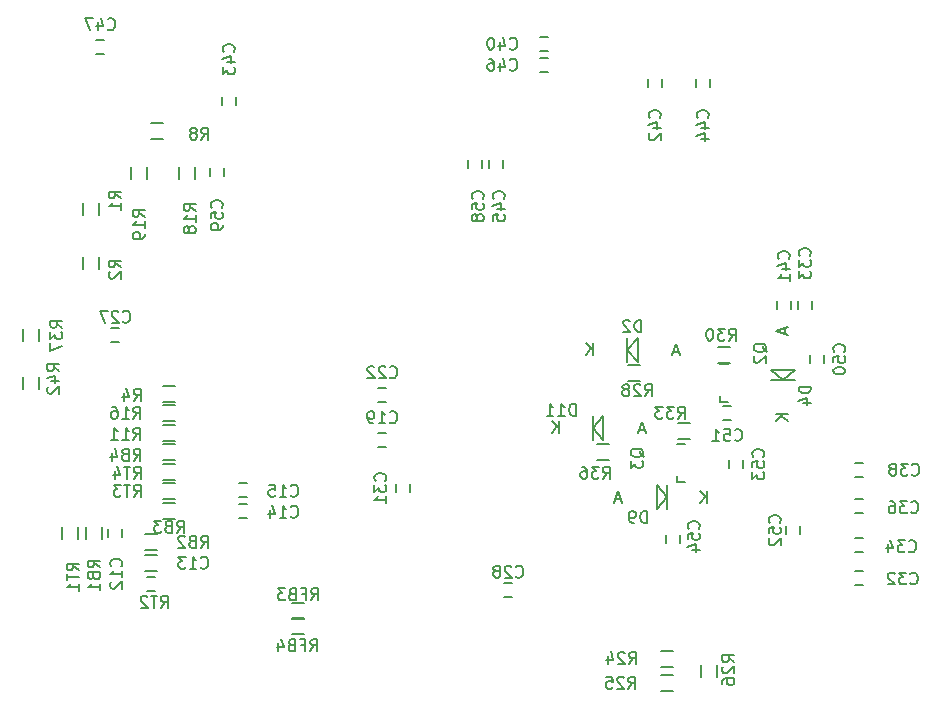
<source format=gbo>
G04 #@! TF.FileFunction,Legend,Bot*
%FSLAX46Y46*%
G04 Gerber Fmt 4.6, Leading zero omitted, Abs format (unit mm)*
G04 Created by KiCad (PCBNEW (2015-02-20 BZR 5437)-product) date Monday, March 16, 2015 'AMt' 09:24:06 AM*
%MOMM*%
G01*
G04 APERTURE LIST*
%ADD10C,0.100000*%
%ADD11C,0.150000*%
G04 APERTURE END LIST*
D10*
D11*
X69604000Y-120055000D02*
X70604000Y-120055000D01*
X70604000Y-118705000D02*
X69604000Y-118705000D01*
X68080000Y-127675000D02*
X69080000Y-127675000D01*
X69080000Y-126325000D02*
X68080000Y-126325000D01*
X116743480Y-115138200D02*
X116743480Y-114647980D01*
X117444520Y-115138200D02*
X116743480Y-115138200D01*
X117444520Y-111937800D02*
X116743480Y-111937800D01*
X113060480Y-121869200D02*
X113060480Y-121378980D01*
X113761520Y-121869200D02*
X113060480Y-121869200D01*
X113761520Y-118668800D02*
X113060480Y-118668800D01*
X70604000Y-113752000D02*
X69604000Y-113752000D01*
X69604000Y-115102000D02*
X70604000Y-115102000D01*
X108897420Y-110744000D02*
X109745780Y-109743240D01*
X109745780Y-109743240D02*
X109745780Y-111744760D01*
X109745780Y-111744760D02*
X108897420Y-110744000D01*
X108897420Y-110744000D02*
X108897420Y-111744760D01*
X108897420Y-110744000D02*
X108897420Y-109743240D01*
X122047000Y-113225580D02*
X121046240Y-112377220D01*
X121046240Y-112377220D02*
X123047760Y-112377220D01*
X123047760Y-112377220D02*
X122047000Y-113225580D01*
X122047000Y-113225580D02*
X123047760Y-113225580D01*
X122047000Y-113225580D02*
X121046240Y-113225580D01*
X112209580Y-123190000D02*
X111361220Y-124190760D01*
X111361220Y-124190760D02*
X111361220Y-122189240D01*
X111361220Y-122189240D02*
X112209580Y-123190000D01*
X112209580Y-123190000D02*
X112209580Y-122189240D01*
X112209580Y-123190000D02*
X112209580Y-124190760D01*
X105976420Y-117348000D02*
X106824780Y-116347240D01*
X106824780Y-116347240D02*
X106824780Y-118348760D01*
X106824780Y-118348760D02*
X105976420Y-117348000D01*
X105976420Y-117348000D02*
X105976420Y-118348760D01*
X105976420Y-117348000D02*
X105976420Y-116347240D01*
X64932000Y-125888000D02*
X64932000Y-126588000D01*
X66132000Y-126588000D02*
X66132000Y-125888000D01*
X68930000Y-129956000D02*
X68230000Y-129956000D01*
X68230000Y-131156000D02*
X68930000Y-131156000D01*
X75977000Y-124933000D02*
X76677000Y-124933000D01*
X76677000Y-123733000D02*
X75977000Y-123733000D01*
X75977000Y-123155000D02*
X76677000Y-123155000D01*
X76677000Y-121955000D02*
X75977000Y-121955000D01*
X88488000Y-117764000D02*
X87788000Y-117764000D01*
X87788000Y-118964000D02*
X88488000Y-118964000D01*
X88488000Y-113954000D02*
X87788000Y-113954000D01*
X87788000Y-115154000D02*
X88488000Y-115154000D01*
X64175000Y-99306000D02*
X64175000Y-98306000D01*
X62825000Y-98306000D02*
X62825000Y-99306000D01*
X64175000Y-103878000D02*
X64175000Y-102878000D01*
X62825000Y-102878000D02*
X62825000Y-103878000D01*
X69588000Y-91527000D02*
X68588000Y-91527000D01*
X68588000Y-92877000D02*
X69588000Y-92877000D01*
X70604000Y-117054000D02*
X69604000Y-117054000D01*
X69604000Y-118404000D02*
X70604000Y-118404000D01*
X70604000Y-115403000D02*
X69604000Y-115403000D01*
X69604000Y-116753000D02*
X70604000Y-116753000D01*
X72303000Y-96258000D02*
X72303000Y-95258000D01*
X70953000Y-95258000D02*
X70953000Y-96258000D01*
X68239000Y-96258000D02*
X68239000Y-95258000D01*
X66889000Y-95258000D02*
X66889000Y-96258000D01*
X112768000Y-136231000D02*
X111768000Y-136231000D01*
X111768000Y-137581000D02*
X112768000Y-137581000D01*
X112768000Y-138263000D02*
X111768000Y-138263000D01*
X111768000Y-139613000D02*
X112768000Y-139613000D01*
X116499000Y-138422000D02*
X116499000Y-137422000D01*
X115149000Y-137422000D02*
X115149000Y-138422000D01*
X108974000Y-113324000D02*
X109974000Y-113324000D01*
X109974000Y-111974000D02*
X108974000Y-111974000D01*
X117594000Y-110450000D02*
X116594000Y-110450000D01*
X116594000Y-111800000D02*
X117594000Y-111800000D01*
X114165000Y-116927000D02*
X113165000Y-116927000D01*
X113165000Y-118277000D02*
X114165000Y-118277000D01*
X106307000Y-120055000D02*
X107307000Y-120055000D01*
X107307000Y-118705000D02*
X106307000Y-118705000D01*
X59095000Y-109974000D02*
X59095000Y-108974000D01*
X57745000Y-108974000D02*
X57745000Y-109974000D01*
X59095000Y-114038000D02*
X59095000Y-113038000D01*
X57745000Y-113038000D02*
X57745000Y-114038000D01*
X64429000Y-126738000D02*
X64429000Y-125738000D01*
X63079000Y-125738000D02*
X63079000Y-126738000D01*
X69604000Y-125008000D02*
X70604000Y-125008000D01*
X70604000Y-123658000D02*
X69604000Y-123658000D01*
X80526000Y-134787000D02*
X81526000Y-134787000D01*
X81526000Y-133437000D02*
X80526000Y-133437000D01*
X81526000Y-132167000D02*
X80526000Y-132167000D01*
X80526000Y-133517000D02*
X81526000Y-133517000D01*
X61047000Y-125738000D02*
X61047000Y-126738000D01*
X62397000Y-126738000D02*
X62397000Y-125738000D01*
X69080000Y-128103000D02*
X68080000Y-128103000D01*
X68080000Y-129453000D02*
X69080000Y-129453000D01*
X70604000Y-122007000D02*
X69604000Y-122007000D01*
X69604000Y-123357000D02*
X70604000Y-123357000D01*
X70604000Y-120356000D02*
X69604000Y-120356000D01*
X69604000Y-121706000D02*
X70604000Y-121706000D01*
X65182000Y-110074000D02*
X65882000Y-110074000D01*
X65882000Y-108874000D02*
X65182000Y-108874000D01*
X98456000Y-131664000D02*
X99156000Y-131664000D01*
X99156000Y-130464000D02*
X98456000Y-130464000D01*
X89316000Y-122078000D02*
X89316000Y-122778000D01*
X90516000Y-122778000D02*
X90516000Y-122078000D01*
X128874000Y-129448000D02*
X128174000Y-129448000D01*
X128174000Y-130648000D02*
X128874000Y-130648000D01*
X123352000Y-106584000D02*
X123352000Y-107284000D01*
X124552000Y-107284000D02*
X124552000Y-106584000D01*
X128874000Y-126654000D02*
X128174000Y-126654000D01*
X128174000Y-127854000D02*
X128874000Y-127854000D01*
X128874000Y-123352000D02*
X128174000Y-123352000D01*
X128174000Y-124552000D02*
X128874000Y-124552000D01*
X128874000Y-120304000D02*
X128174000Y-120304000D01*
X128174000Y-121504000D02*
X128874000Y-121504000D01*
X102204000Y-84236000D02*
X101504000Y-84236000D01*
X101504000Y-85436000D02*
X102204000Y-85436000D01*
X121574000Y-106584000D02*
X121574000Y-107284000D01*
X122774000Y-107284000D02*
X122774000Y-106584000D01*
X110652000Y-87788000D02*
X110652000Y-88488000D01*
X111852000Y-88488000D02*
X111852000Y-87788000D01*
X74584000Y-89312000D02*
X74584000Y-90012000D01*
X75784000Y-90012000D02*
X75784000Y-89312000D01*
X114716000Y-87788000D02*
X114716000Y-88488000D01*
X115916000Y-88488000D02*
X115916000Y-87788000D01*
X97190000Y-94646000D02*
X97190000Y-95346000D01*
X98390000Y-95346000D02*
X98390000Y-94646000D01*
X102204000Y-86014000D02*
X101504000Y-86014000D01*
X101504000Y-87214000D02*
X102204000Y-87214000D01*
X64612000Y-84490000D02*
X63912000Y-84490000D01*
X63912000Y-85690000D02*
X64612000Y-85690000D01*
X125568000Y-111856000D02*
X125568000Y-111156000D01*
X124368000Y-111156000D02*
X124368000Y-111856000D01*
X116998000Y-116678000D02*
X117698000Y-116678000D01*
X117698000Y-115478000D02*
X116998000Y-115478000D01*
X122336000Y-125634000D02*
X122336000Y-126334000D01*
X123536000Y-126334000D02*
X123536000Y-125634000D01*
X118710000Y-120746000D02*
X118710000Y-120046000D01*
X117510000Y-120046000D02*
X117510000Y-120746000D01*
X113376000Y-127096000D02*
X113376000Y-126396000D01*
X112176000Y-126396000D02*
X112176000Y-127096000D01*
X95412000Y-94646000D02*
X95412000Y-95346000D01*
X96612000Y-95346000D02*
X96612000Y-94646000D01*
X73568000Y-95281000D02*
X73568000Y-95981000D01*
X74768000Y-95981000D02*
X74768000Y-95281000D01*
X67087666Y-120086381D02*
X67421000Y-119610190D01*
X67659095Y-120086381D02*
X67659095Y-119086381D01*
X67278142Y-119086381D01*
X67182904Y-119134000D01*
X67135285Y-119181619D01*
X67087666Y-119276857D01*
X67087666Y-119419714D01*
X67135285Y-119514952D01*
X67182904Y-119562571D01*
X67278142Y-119610190D01*
X67659095Y-119610190D01*
X66325761Y-119562571D02*
X66182904Y-119610190D01*
X66135285Y-119657810D01*
X66087666Y-119753048D01*
X66087666Y-119895905D01*
X66135285Y-119991143D01*
X66182904Y-120038762D01*
X66278142Y-120086381D01*
X66659095Y-120086381D01*
X66659095Y-119086381D01*
X66325761Y-119086381D01*
X66230523Y-119134000D01*
X66182904Y-119181619D01*
X66135285Y-119276857D01*
X66135285Y-119372095D01*
X66182904Y-119467333D01*
X66230523Y-119514952D01*
X66325761Y-119562571D01*
X66659095Y-119562571D01*
X65230523Y-119419714D02*
X65230523Y-120086381D01*
X65468619Y-119038762D02*
X65706714Y-119753048D01*
X65087666Y-119753048D01*
X72802666Y-127452381D02*
X73136000Y-126976190D01*
X73374095Y-127452381D02*
X73374095Y-126452381D01*
X72993142Y-126452381D01*
X72897904Y-126500000D01*
X72850285Y-126547619D01*
X72802666Y-126642857D01*
X72802666Y-126785714D01*
X72850285Y-126880952D01*
X72897904Y-126928571D01*
X72993142Y-126976190D01*
X73374095Y-126976190D01*
X72040761Y-126928571D02*
X71897904Y-126976190D01*
X71850285Y-127023810D01*
X71802666Y-127119048D01*
X71802666Y-127261905D01*
X71850285Y-127357143D01*
X71897904Y-127404762D01*
X71993142Y-127452381D01*
X72374095Y-127452381D01*
X72374095Y-126452381D01*
X72040761Y-126452381D01*
X71945523Y-126500000D01*
X71897904Y-126547619D01*
X71850285Y-126642857D01*
X71850285Y-126738095D01*
X71897904Y-126833333D01*
X71945523Y-126880952D01*
X72040761Y-126928571D01*
X72374095Y-126928571D01*
X71421714Y-126547619D02*
X71374095Y-126500000D01*
X71278857Y-126452381D01*
X71040761Y-126452381D01*
X70945523Y-126500000D01*
X70897904Y-126547619D01*
X70850285Y-126642857D01*
X70850285Y-126738095D01*
X70897904Y-126880952D01*
X71469333Y-127452381D01*
X70850285Y-127452381D01*
X120689619Y-110902762D02*
X120642000Y-110807524D01*
X120546762Y-110712286D01*
X120403905Y-110569429D01*
X120356286Y-110474190D01*
X120356286Y-110378952D01*
X120594381Y-110426571D02*
X120546762Y-110331333D01*
X120451524Y-110236095D01*
X120261048Y-110188476D01*
X119927714Y-110188476D01*
X119737238Y-110236095D01*
X119642000Y-110331333D01*
X119594381Y-110426571D01*
X119594381Y-110617048D01*
X119642000Y-110712286D01*
X119737238Y-110807524D01*
X119927714Y-110855143D01*
X120261048Y-110855143D01*
X120451524Y-110807524D01*
X120546762Y-110712286D01*
X120594381Y-110617048D01*
X120594381Y-110426571D01*
X119689619Y-111236095D02*
X119642000Y-111283714D01*
X119594381Y-111378952D01*
X119594381Y-111617048D01*
X119642000Y-111712286D01*
X119689619Y-111759905D01*
X119784857Y-111807524D01*
X119880095Y-111807524D01*
X120022952Y-111759905D01*
X120594381Y-111188476D01*
X120594381Y-111807524D01*
X110275619Y-119792762D02*
X110228000Y-119697524D01*
X110132762Y-119602286D01*
X109989905Y-119459429D01*
X109942286Y-119364190D01*
X109942286Y-119268952D01*
X110180381Y-119316571D02*
X110132762Y-119221333D01*
X110037524Y-119126095D01*
X109847048Y-119078476D01*
X109513714Y-119078476D01*
X109323238Y-119126095D01*
X109228000Y-119221333D01*
X109180381Y-119316571D01*
X109180381Y-119507048D01*
X109228000Y-119602286D01*
X109323238Y-119697524D01*
X109513714Y-119745143D01*
X109847048Y-119745143D01*
X110037524Y-119697524D01*
X110132762Y-119602286D01*
X110180381Y-119507048D01*
X110180381Y-119316571D01*
X109180381Y-120078476D02*
X109180381Y-120697524D01*
X109561333Y-120364190D01*
X109561333Y-120507048D01*
X109608952Y-120602286D01*
X109656571Y-120649905D01*
X109751810Y-120697524D01*
X109989905Y-120697524D01*
X110085143Y-120649905D01*
X110132762Y-120602286D01*
X110180381Y-120507048D01*
X110180381Y-120221333D01*
X110132762Y-120126095D01*
X110085143Y-120078476D01*
X67095666Y-115006381D02*
X67429000Y-114530190D01*
X67667095Y-115006381D02*
X67667095Y-114006381D01*
X67286142Y-114006381D01*
X67190904Y-114054000D01*
X67143285Y-114101619D01*
X67095666Y-114196857D01*
X67095666Y-114339714D01*
X67143285Y-114434952D01*
X67190904Y-114482571D01*
X67286142Y-114530190D01*
X67667095Y-114530190D01*
X66238523Y-114339714D02*
X66238523Y-115006381D01*
X66476619Y-113958762D02*
X66714714Y-114673048D01*
X66095666Y-114673048D01*
X110054615Y-109189781D02*
X110054615Y-108189781D01*
X109816520Y-108189781D01*
X109673662Y-108237400D01*
X109578424Y-108332638D01*
X109530805Y-108427876D01*
X109483186Y-108618352D01*
X109483186Y-108761210D01*
X109530805Y-108951686D01*
X109578424Y-109046924D01*
X109673662Y-109142162D01*
X109816520Y-109189781D01*
X110054615Y-109189781D01*
X109102234Y-108285019D02*
X109054615Y-108237400D01*
X108959377Y-108189781D01*
X108721281Y-108189781D01*
X108626043Y-108237400D01*
X108578424Y-108285019D01*
X108530805Y-108380257D01*
X108530805Y-108475495D01*
X108578424Y-108618352D01*
X109149853Y-109189781D01*
X108530805Y-109189781D01*
X113273175Y-110900507D02*
X112796984Y-110900507D01*
X113368413Y-111186221D02*
X113035080Y-110186221D01*
X112701746Y-111186221D01*
X105981785Y-111150661D02*
X105981785Y-110150661D01*
X105410356Y-111150661D02*
X105838928Y-110579232D01*
X105410356Y-110150661D02*
X105981785Y-110722090D01*
X124404381Y-113815905D02*
X123404381Y-113815905D01*
X123404381Y-114054000D01*
X123452000Y-114196858D01*
X123547238Y-114292096D01*
X123642476Y-114339715D01*
X123832952Y-114387334D01*
X123975810Y-114387334D01*
X124166286Y-114339715D01*
X124261524Y-114292096D01*
X124356762Y-114196858D01*
X124404381Y-114054000D01*
X124404381Y-113815905D01*
X123737714Y-115244477D02*
X124404381Y-115244477D01*
X123356762Y-115006381D02*
X124071048Y-114768286D01*
X124071048Y-115387334D01*
X122203507Y-108849825D02*
X122203507Y-109326016D01*
X122489221Y-108754587D02*
X121489221Y-109087920D01*
X122489221Y-109421254D01*
X122453661Y-116141215D02*
X121453661Y-116141215D01*
X122453661Y-116712644D02*
X121882232Y-116284072D01*
X121453661Y-116712644D02*
X122025090Y-116141215D01*
X110529595Y-125356881D02*
X110529595Y-124356881D01*
X110291500Y-124356881D01*
X110148642Y-124404500D01*
X110053404Y-124499738D01*
X110005785Y-124594976D01*
X109958166Y-124785452D01*
X109958166Y-124928310D01*
X110005785Y-125118786D01*
X110053404Y-125214024D01*
X110148642Y-125309262D01*
X110291500Y-125356881D01*
X110529595Y-125356881D01*
X109481976Y-125356881D02*
X109291500Y-125356881D01*
X109196261Y-125309262D01*
X109148642Y-125261643D01*
X109053404Y-125118786D01*
X109005785Y-124928310D01*
X109005785Y-124547357D01*
X109053404Y-124452119D01*
X109101023Y-124404500D01*
X109196261Y-124356881D01*
X109386738Y-124356881D01*
X109481976Y-124404500D01*
X109529595Y-124452119D01*
X109577214Y-124547357D01*
X109577214Y-124785452D01*
X109529595Y-124880690D01*
X109481976Y-124928310D01*
X109386738Y-124975929D01*
X109196261Y-124975929D01*
X109101023Y-124928310D01*
X109053404Y-124880690D01*
X109005785Y-124785452D01*
X108310015Y-123366827D02*
X107833824Y-123366827D01*
X108405253Y-123652541D02*
X108071920Y-122652541D01*
X107738586Y-123652541D01*
X115649025Y-123688101D02*
X115649025Y-122688101D01*
X115077596Y-123688101D02*
X115506168Y-123116672D01*
X115077596Y-122688101D02*
X115649025Y-123259530D01*
X104528786Y-116276381D02*
X104528786Y-115276381D01*
X104290691Y-115276381D01*
X104147833Y-115324000D01*
X104052595Y-115419238D01*
X104004976Y-115514476D01*
X103957357Y-115704952D01*
X103957357Y-115847810D01*
X104004976Y-116038286D01*
X104052595Y-116133524D01*
X104147833Y-116228762D01*
X104290691Y-116276381D01*
X104528786Y-116276381D01*
X103004976Y-116276381D02*
X103576405Y-116276381D01*
X103290691Y-116276381D02*
X103290691Y-115276381D01*
X103385929Y-115419238D01*
X103481167Y-115514476D01*
X103576405Y-115562095D01*
X102052595Y-116276381D02*
X102624024Y-116276381D01*
X102338310Y-116276381D02*
X102338310Y-115276381D01*
X102433548Y-115419238D01*
X102528786Y-115514476D01*
X102624024Y-115562095D01*
X110352175Y-117504507D02*
X109875984Y-117504507D01*
X110447413Y-117790221D02*
X110114080Y-116790221D01*
X109780746Y-117790221D01*
X103060785Y-117754661D02*
X103060785Y-116754661D01*
X102489356Y-117754661D02*
X102917928Y-117183232D01*
X102489356Y-116754661D02*
X103060785Y-117326090D01*
X66016143Y-129024143D02*
X66063762Y-128976524D01*
X66111381Y-128833667D01*
X66111381Y-128738429D01*
X66063762Y-128595571D01*
X65968524Y-128500333D01*
X65873286Y-128452714D01*
X65682810Y-128405095D01*
X65539952Y-128405095D01*
X65349476Y-128452714D01*
X65254238Y-128500333D01*
X65159000Y-128595571D01*
X65111381Y-128738429D01*
X65111381Y-128833667D01*
X65159000Y-128976524D01*
X65206619Y-129024143D01*
X66111381Y-129976524D02*
X66111381Y-129405095D01*
X66111381Y-129690809D02*
X65111381Y-129690809D01*
X65254238Y-129595571D01*
X65349476Y-129500333D01*
X65397095Y-129405095D01*
X65206619Y-130357476D02*
X65159000Y-130405095D01*
X65111381Y-130500333D01*
X65111381Y-130738429D01*
X65159000Y-130833667D01*
X65206619Y-130881286D01*
X65301857Y-130928905D01*
X65397095Y-130928905D01*
X65539952Y-130881286D01*
X66111381Y-130309857D01*
X66111381Y-130928905D01*
X72778857Y-129135143D02*
X72826476Y-129182762D01*
X72969333Y-129230381D01*
X73064571Y-129230381D01*
X73207429Y-129182762D01*
X73302667Y-129087524D01*
X73350286Y-128992286D01*
X73397905Y-128801810D01*
X73397905Y-128658952D01*
X73350286Y-128468476D01*
X73302667Y-128373238D01*
X73207429Y-128278000D01*
X73064571Y-128230381D01*
X72969333Y-128230381D01*
X72826476Y-128278000D01*
X72778857Y-128325619D01*
X71826476Y-129230381D02*
X72397905Y-129230381D01*
X72112191Y-129230381D02*
X72112191Y-128230381D01*
X72207429Y-128373238D01*
X72302667Y-128468476D01*
X72397905Y-128516095D01*
X71493143Y-128230381D02*
X70874095Y-128230381D01*
X71207429Y-128611333D01*
X71064571Y-128611333D01*
X70969333Y-128658952D01*
X70921714Y-128706571D01*
X70874095Y-128801810D01*
X70874095Y-129039905D01*
X70921714Y-129135143D01*
X70969333Y-129182762D01*
X71064571Y-129230381D01*
X71350286Y-129230381D01*
X71445524Y-129182762D01*
X71493143Y-129135143D01*
X80398857Y-124817143D02*
X80446476Y-124864762D01*
X80589333Y-124912381D01*
X80684571Y-124912381D01*
X80827429Y-124864762D01*
X80922667Y-124769524D01*
X80970286Y-124674286D01*
X81017905Y-124483810D01*
X81017905Y-124340952D01*
X80970286Y-124150476D01*
X80922667Y-124055238D01*
X80827429Y-123960000D01*
X80684571Y-123912381D01*
X80589333Y-123912381D01*
X80446476Y-123960000D01*
X80398857Y-124007619D01*
X79446476Y-124912381D02*
X80017905Y-124912381D01*
X79732191Y-124912381D02*
X79732191Y-123912381D01*
X79827429Y-124055238D01*
X79922667Y-124150476D01*
X80017905Y-124198095D01*
X78589333Y-124245714D02*
X78589333Y-124912381D01*
X78827429Y-123864762D02*
X79065524Y-124579048D01*
X78446476Y-124579048D01*
X80398857Y-123039143D02*
X80446476Y-123086762D01*
X80589333Y-123134381D01*
X80684571Y-123134381D01*
X80827429Y-123086762D01*
X80922667Y-122991524D01*
X80970286Y-122896286D01*
X81017905Y-122705810D01*
X81017905Y-122562952D01*
X80970286Y-122372476D01*
X80922667Y-122277238D01*
X80827429Y-122182000D01*
X80684571Y-122134381D01*
X80589333Y-122134381D01*
X80446476Y-122182000D01*
X80398857Y-122229619D01*
X79446476Y-123134381D02*
X80017905Y-123134381D01*
X79732191Y-123134381D02*
X79732191Y-122134381D01*
X79827429Y-122277238D01*
X79922667Y-122372476D01*
X80017905Y-122420095D01*
X78541714Y-122134381D02*
X79017905Y-122134381D01*
X79065524Y-122610571D01*
X79017905Y-122562952D01*
X78922667Y-122515333D01*
X78684571Y-122515333D01*
X78589333Y-122562952D01*
X78541714Y-122610571D01*
X78494095Y-122705810D01*
X78494095Y-122943905D01*
X78541714Y-123039143D01*
X78589333Y-123086762D01*
X78684571Y-123134381D01*
X78922667Y-123134381D01*
X79017905Y-123086762D01*
X79065524Y-123039143D01*
X88780857Y-116821143D02*
X88828476Y-116868762D01*
X88971333Y-116916381D01*
X89066571Y-116916381D01*
X89209429Y-116868762D01*
X89304667Y-116773524D01*
X89352286Y-116678286D01*
X89399905Y-116487810D01*
X89399905Y-116344952D01*
X89352286Y-116154476D01*
X89304667Y-116059238D01*
X89209429Y-115964000D01*
X89066571Y-115916381D01*
X88971333Y-115916381D01*
X88828476Y-115964000D01*
X88780857Y-116011619D01*
X87828476Y-116916381D02*
X88399905Y-116916381D01*
X88114191Y-116916381D02*
X88114191Y-115916381D01*
X88209429Y-116059238D01*
X88304667Y-116154476D01*
X88399905Y-116202095D01*
X87352286Y-116916381D02*
X87161810Y-116916381D01*
X87066571Y-116868762D01*
X87018952Y-116821143D01*
X86923714Y-116678286D01*
X86876095Y-116487810D01*
X86876095Y-116106857D01*
X86923714Y-116011619D01*
X86971333Y-115964000D01*
X87066571Y-115916381D01*
X87257048Y-115916381D01*
X87352286Y-115964000D01*
X87399905Y-116011619D01*
X87447524Y-116106857D01*
X87447524Y-116344952D01*
X87399905Y-116440190D01*
X87352286Y-116487810D01*
X87257048Y-116535429D01*
X87066571Y-116535429D01*
X86971333Y-116487810D01*
X86923714Y-116440190D01*
X86876095Y-116344952D01*
X88780857Y-113011143D02*
X88828476Y-113058762D01*
X88971333Y-113106381D01*
X89066571Y-113106381D01*
X89209429Y-113058762D01*
X89304667Y-112963524D01*
X89352286Y-112868286D01*
X89399905Y-112677810D01*
X89399905Y-112534952D01*
X89352286Y-112344476D01*
X89304667Y-112249238D01*
X89209429Y-112154000D01*
X89066571Y-112106381D01*
X88971333Y-112106381D01*
X88828476Y-112154000D01*
X88780857Y-112201619D01*
X88399905Y-112201619D02*
X88352286Y-112154000D01*
X88257048Y-112106381D01*
X88018952Y-112106381D01*
X87923714Y-112154000D01*
X87876095Y-112201619D01*
X87828476Y-112296857D01*
X87828476Y-112392095D01*
X87876095Y-112534952D01*
X88447524Y-113106381D01*
X87828476Y-113106381D01*
X87447524Y-112201619D02*
X87399905Y-112154000D01*
X87304667Y-112106381D01*
X87066571Y-112106381D01*
X86971333Y-112154000D01*
X86923714Y-112201619D01*
X86876095Y-112296857D01*
X86876095Y-112392095D01*
X86923714Y-112534952D01*
X87495143Y-113106381D01*
X86876095Y-113106381D01*
X65984381Y-97877334D02*
X65508190Y-97544000D01*
X65984381Y-97305905D02*
X64984381Y-97305905D01*
X64984381Y-97686858D01*
X65032000Y-97782096D01*
X65079619Y-97829715D01*
X65174857Y-97877334D01*
X65317714Y-97877334D01*
X65412952Y-97829715D01*
X65460571Y-97782096D01*
X65508190Y-97686858D01*
X65508190Y-97305905D01*
X65984381Y-98829715D02*
X65984381Y-98258286D01*
X65984381Y-98544000D02*
X64984381Y-98544000D01*
X65127238Y-98448762D01*
X65222476Y-98353524D01*
X65270095Y-98258286D01*
X65984381Y-103719334D02*
X65508190Y-103386000D01*
X65984381Y-103147905D02*
X64984381Y-103147905D01*
X64984381Y-103528858D01*
X65032000Y-103624096D01*
X65079619Y-103671715D01*
X65174857Y-103719334D01*
X65317714Y-103719334D01*
X65412952Y-103671715D01*
X65460571Y-103624096D01*
X65508190Y-103528858D01*
X65508190Y-103147905D01*
X65079619Y-104100286D02*
X65032000Y-104147905D01*
X64984381Y-104243143D01*
X64984381Y-104481239D01*
X65032000Y-104576477D01*
X65079619Y-104624096D01*
X65174857Y-104671715D01*
X65270095Y-104671715D01*
X65412952Y-104624096D01*
X65984381Y-104052667D01*
X65984381Y-104671715D01*
X72810666Y-92908381D02*
X73144000Y-92432190D01*
X73382095Y-92908381D02*
X73382095Y-91908381D01*
X73001142Y-91908381D01*
X72905904Y-91956000D01*
X72858285Y-92003619D01*
X72810666Y-92098857D01*
X72810666Y-92241714D01*
X72858285Y-92336952D01*
X72905904Y-92384571D01*
X73001142Y-92432190D01*
X73382095Y-92432190D01*
X72239238Y-92336952D02*
X72334476Y-92289333D01*
X72382095Y-92241714D01*
X72429714Y-92146476D01*
X72429714Y-92098857D01*
X72382095Y-92003619D01*
X72334476Y-91956000D01*
X72239238Y-91908381D01*
X72048761Y-91908381D01*
X71953523Y-91956000D01*
X71905904Y-92003619D01*
X71858285Y-92098857D01*
X71858285Y-92146476D01*
X71905904Y-92241714D01*
X71953523Y-92289333D01*
X72048761Y-92336952D01*
X72239238Y-92336952D01*
X72334476Y-92384571D01*
X72382095Y-92432190D01*
X72429714Y-92527429D01*
X72429714Y-92717905D01*
X72382095Y-92813143D01*
X72334476Y-92860762D01*
X72239238Y-92908381D01*
X72048761Y-92908381D01*
X71953523Y-92860762D01*
X71905904Y-92813143D01*
X71858285Y-92717905D01*
X71858285Y-92527429D01*
X71905904Y-92432190D01*
X71953523Y-92384571D01*
X72048761Y-92336952D01*
X67063857Y-118308381D02*
X67397191Y-117832190D01*
X67635286Y-118308381D02*
X67635286Y-117308381D01*
X67254333Y-117308381D01*
X67159095Y-117356000D01*
X67111476Y-117403619D01*
X67063857Y-117498857D01*
X67063857Y-117641714D01*
X67111476Y-117736952D01*
X67159095Y-117784571D01*
X67254333Y-117832190D01*
X67635286Y-117832190D01*
X66111476Y-118308381D02*
X66682905Y-118308381D01*
X66397191Y-118308381D02*
X66397191Y-117308381D01*
X66492429Y-117451238D01*
X66587667Y-117546476D01*
X66682905Y-117594095D01*
X65159095Y-118308381D02*
X65730524Y-118308381D01*
X65444810Y-118308381D02*
X65444810Y-117308381D01*
X65540048Y-117451238D01*
X65635286Y-117546476D01*
X65730524Y-117594095D01*
X67063857Y-116530381D02*
X67397191Y-116054190D01*
X67635286Y-116530381D02*
X67635286Y-115530381D01*
X67254333Y-115530381D01*
X67159095Y-115578000D01*
X67111476Y-115625619D01*
X67063857Y-115720857D01*
X67063857Y-115863714D01*
X67111476Y-115958952D01*
X67159095Y-116006571D01*
X67254333Y-116054190D01*
X67635286Y-116054190D01*
X66111476Y-116530381D02*
X66682905Y-116530381D01*
X66397191Y-116530381D02*
X66397191Y-115530381D01*
X66492429Y-115673238D01*
X66587667Y-115768476D01*
X66682905Y-115816095D01*
X65254333Y-115530381D02*
X65444810Y-115530381D01*
X65540048Y-115578000D01*
X65587667Y-115625619D01*
X65682905Y-115768476D01*
X65730524Y-115958952D01*
X65730524Y-116339905D01*
X65682905Y-116435143D01*
X65635286Y-116482762D01*
X65540048Y-116530381D01*
X65349571Y-116530381D01*
X65254333Y-116482762D01*
X65206714Y-116435143D01*
X65159095Y-116339905D01*
X65159095Y-116101810D01*
X65206714Y-116006571D01*
X65254333Y-115958952D01*
X65349571Y-115911333D01*
X65540048Y-115911333D01*
X65635286Y-115958952D01*
X65682905Y-116006571D01*
X65730524Y-116101810D01*
X72334381Y-98925143D02*
X71858190Y-98591809D01*
X72334381Y-98353714D02*
X71334381Y-98353714D01*
X71334381Y-98734667D01*
X71382000Y-98829905D01*
X71429619Y-98877524D01*
X71524857Y-98925143D01*
X71667714Y-98925143D01*
X71762952Y-98877524D01*
X71810571Y-98829905D01*
X71858190Y-98734667D01*
X71858190Y-98353714D01*
X72334381Y-99877524D02*
X72334381Y-99306095D01*
X72334381Y-99591809D02*
X71334381Y-99591809D01*
X71477238Y-99496571D01*
X71572476Y-99401333D01*
X71620095Y-99306095D01*
X71762952Y-100448952D02*
X71715333Y-100353714D01*
X71667714Y-100306095D01*
X71572476Y-100258476D01*
X71524857Y-100258476D01*
X71429619Y-100306095D01*
X71382000Y-100353714D01*
X71334381Y-100448952D01*
X71334381Y-100639429D01*
X71382000Y-100734667D01*
X71429619Y-100782286D01*
X71524857Y-100829905D01*
X71572476Y-100829905D01*
X71667714Y-100782286D01*
X71715333Y-100734667D01*
X71762952Y-100639429D01*
X71762952Y-100448952D01*
X71810571Y-100353714D01*
X71858190Y-100306095D01*
X71953429Y-100258476D01*
X72143905Y-100258476D01*
X72239143Y-100306095D01*
X72286762Y-100353714D01*
X72334381Y-100448952D01*
X72334381Y-100639429D01*
X72286762Y-100734667D01*
X72239143Y-100782286D01*
X72143905Y-100829905D01*
X71953429Y-100829905D01*
X71858190Y-100782286D01*
X71810571Y-100734667D01*
X71762952Y-100639429D01*
X68016381Y-99433143D02*
X67540190Y-99099809D01*
X68016381Y-98861714D02*
X67016381Y-98861714D01*
X67016381Y-99242667D01*
X67064000Y-99337905D01*
X67111619Y-99385524D01*
X67206857Y-99433143D01*
X67349714Y-99433143D01*
X67444952Y-99385524D01*
X67492571Y-99337905D01*
X67540190Y-99242667D01*
X67540190Y-98861714D01*
X68016381Y-100385524D02*
X68016381Y-99814095D01*
X68016381Y-100099809D02*
X67016381Y-100099809D01*
X67159238Y-100004571D01*
X67254476Y-99909333D01*
X67302095Y-99814095D01*
X68016381Y-100861714D02*
X68016381Y-101052190D01*
X67968762Y-101147429D01*
X67921143Y-101195048D01*
X67778286Y-101290286D01*
X67587810Y-101337905D01*
X67206857Y-101337905D01*
X67111619Y-101290286D01*
X67064000Y-101242667D01*
X67016381Y-101147429D01*
X67016381Y-100956952D01*
X67064000Y-100861714D01*
X67111619Y-100814095D01*
X67206857Y-100766476D01*
X67444952Y-100766476D01*
X67540190Y-100814095D01*
X67587810Y-100861714D01*
X67635429Y-100956952D01*
X67635429Y-101147429D01*
X67587810Y-101242667D01*
X67540190Y-101290286D01*
X67444952Y-101337905D01*
X109037357Y-137294881D02*
X109370691Y-136818690D01*
X109608786Y-137294881D02*
X109608786Y-136294881D01*
X109227833Y-136294881D01*
X109132595Y-136342500D01*
X109084976Y-136390119D01*
X109037357Y-136485357D01*
X109037357Y-136628214D01*
X109084976Y-136723452D01*
X109132595Y-136771071D01*
X109227833Y-136818690D01*
X109608786Y-136818690D01*
X108656405Y-136390119D02*
X108608786Y-136342500D01*
X108513548Y-136294881D01*
X108275452Y-136294881D01*
X108180214Y-136342500D01*
X108132595Y-136390119D01*
X108084976Y-136485357D01*
X108084976Y-136580595D01*
X108132595Y-136723452D01*
X108704024Y-137294881D01*
X108084976Y-137294881D01*
X107227833Y-136628214D02*
X107227833Y-137294881D01*
X107465929Y-136247262D02*
X107704024Y-136961548D01*
X107084976Y-136961548D01*
X108973857Y-139390381D02*
X109307191Y-138914190D01*
X109545286Y-139390381D02*
X109545286Y-138390381D01*
X109164333Y-138390381D01*
X109069095Y-138438000D01*
X109021476Y-138485619D01*
X108973857Y-138580857D01*
X108973857Y-138723714D01*
X109021476Y-138818952D01*
X109069095Y-138866571D01*
X109164333Y-138914190D01*
X109545286Y-138914190D01*
X108592905Y-138485619D02*
X108545286Y-138438000D01*
X108450048Y-138390381D01*
X108211952Y-138390381D01*
X108116714Y-138438000D01*
X108069095Y-138485619D01*
X108021476Y-138580857D01*
X108021476Y-138676095D01*
X108069095Y-138818952D01*
X108640524Y-139390381D01*
X108021476Y-139390381D01*
X107116714Y-138390381D02*
X107592905Y-138390381D01*
X107640524Y-138866571D01*
X107592905Y-138818952D01*
X107497667Y-138771333D01*
X107259571Y-138771333D01*
X107164333Y-138818952D01*
X107116714Y-138866571D01*
X107069095Y-138961810D01*
X107069095Y-139199905D01*
X107116714Y-139295143D01*
X107164333Y-139342762D01*
X107259571Y-139390381D01*
X107497667Y-139390381D01*
X107592905Y-139342762D01*
X107640524Y-139295143D01*
X117927381Y-137152143D02*
X117451190Y-136818809D01*
X117927381Y-136580714D02*
X116927381Y-136580714D01*
X116927381Y-136961667D01*
X116975000Y-137056905D01*
X117022619Y-137104524D01*
X117117857Y-137152143D01*
X117260714Y-137152143D01*
X117355952Y-137104524D01*
X117403571Y-137056905D01*
X117451190Y-136961667D01*
X117451190Y-136580714D01*
X117022619Y-137533095D02*
X116975000Y-137580714D01*
X116927381Y-137675952D01*
X116927381Y-137914048D01*
X116975000Y-138009286D01*
X117022619Y-138056905D01*
X117117857Y-138104524D01*
X117213095Y-138104524D01*
X117355952Y-138056905D01*
X117927381Y-137485476D01*
X117927381Y-138104524D01*
X116927381Y-138961667D02*
X116927381Y-138771190D01*
X116975000Y-138675952D01*
X117022619Y-138628333D01*
X117165476Y-138533095D01*
X117355952Y-138485476D01*
X117736905Y-138485476D01*
X117832143Y-138533095D01*
X117879762Y-138580714D01*
X117927381Y-138675952D01*
X117927381Y-138866429D01*
X117879762Y-138961667D01*
X117832143Y-139009286D01*
X117736905Y-139056905D01*
X117498810Y-139056905D01*
X117403571Y-139009286D01*
X117355952Y-138961667D01*
X117308333Y-138866429D01*
X117308333Y-138675952D01*
X117355952Y-138580714D01*
X117403571Y-138533095D01*
X117498810Y-138485476D01*
X110370857Y-114625381D02*
X110704191Y-114149190D01*
X110942286Y-114625381D02*
X110942286Y-113625381D01*
X110561333Y-113625381D01*
X110466095Y-113673000D01*
X110418476Y-113720619D01*
X110370857Y-113815857D01*
X110370857Y-113958714D01*
X110418476Y-114053952D01*
X110466095Y-114101571D01*
X110561333Y-114149190D01*
X110942286Y-114149190D01*
X109989905Y-113720619D02*
X109942286Y-113673000D01*
X109847048Y-113625381D01*
X109608952Y-113625381D01*
X109513714Y-113673000D01*
X109466095Y-113720619D01*
X109418476Y-113815857D01*
X109418476Y-113911095D01*
X109466095Y-114053952D01*
X110037524Y-114625381D01*
X109418476Y-114625381D01*
X108847048Y-114053952D02*
X108942286Y-114006333D01*
X108989905Y-113958714D01*
X109037524Y-113863476D01*
X109037524Y-113815857D01*
X108989905Y-113720619D01*
X108942286Y-113673000D01*
X108847048Y-113625381D01*
X108656571Y-113625381D01*
X108561333Y-113673000D01*
X108513714Y-113720619D01*
X108466095Y-113815857D01*
X108466095Y-113863476D01*
X108513714Y-113958714D01*
X108561333Y-114006333D01*
X108656571Y-114053952D01*
X108847048Y-114053952D01*
X108942286Y-114101571D01*
X108989905Y-114149190D01*
X109037524Y-114244429D01*
X109037524Y-114434905D01*
X108989905Y-114530143D01*
X108942286Y-114577762D01*
X108847048Y-114625381D01*
X108656571Y-114625381D01*
X108561333Y-114577762D01*
X108513714Y-114530143D01*
X108466095Y-114434905D01*
X108466095Y-114244429D01*
X108513714Y-114149190D01*
X108561333Y-114101571D01*
X108656571Y-114053952D01*
X117482857Y-109926381D02*
X117816191Y-109450190D01*
X118054286Y-109926381D02*
X118054286Y-108926381D01*
X117673333Y-108926381D01*
X117578095Y-108974000D01*
X117530476Y-109021619D01*
X117482857Y-109116857D01*
X117482857Y-109259714D01*
X117530476Y-109354952D01*
X117578095Y-109402571D01*
X117673333Y-109450190D01*
X118054286Y-109450190D01*
X117149524Y-108926381D02*
X116530476Y-108926381D01*
X116863810Y-109307333D01*
X116720952Y-109307333D01*
X116625714Y-109354952D01*
X116578095Y-109402571D01*
X116530476Y-109497810D01*
X116530476Y-109735905D01*
X116578095Y-109831143D01*
X116625714Y-109878762D01*
X116720952Y-109926381D01*
X117006667Y-109926381D01*
X117101905Y-109878762D01*
X117149524Y-109831143D01*
X115911429Y-108926381D02*
X115816190Y-108926381D01*
X115720952Y-108974000D01*
X115673333Y-109021619D01*
X115625714Y-109116857D01*
X115578095Y-109307333D01*
X115578095Y-109545429D01*
X115625714Y-109735905D01*
X115673333Y-109831143D01*
X115720952Y-109878762D01*
X115816190Y-109926381D01*
X115911429Y-109926381D01*
X116006667Y-109878762D01*
X116054286Y-109831143D01*
X116101905Y-109735905D01*
X116149524Y-109545429D01*
X116149524Y-109307333D01*
X116101905Y-109116857D01*
X116054286Y-109021619D01*
X116006667Y-108974000D01*
X115911429Y-108926381D01*
X113164857Y-116530381D02*
X113498191Y-116054190D01*
X113736286Y-116530381D02*
X113736286Y-115530381D01*
X113355333Y-115530381D01*
X113260095Y-115578000D01*
X113212476Y-115625619D01*
X113164857Y-115720857D01*
X113164857Y-115863714D01*
X113212476Y-115958952D01*
X113260095Y-116006571D01*
X113355333Y-116054190D01*
X113736286Y-116054190D01*
X112831524Y-115530381D02*
X112212476Y-115530381D01*
X112545810Y-115911333D01*
X112402952Y-115911333D01*
X112307714Y-115958952D01*
X112260095Y-116006571D01*
X112212476Y-116101810D01*
X112212476Y-116339905D01*
X112260095Y-116435143D01*
X112307714Y-116482762D01*
X112402952Y-116530381D01*
X112688667Y-116530381D01*
X112783905Y-116482762D01*
X112831524Y-116435143D01*
X111879143Y-115530381D02*
X111260095Y-115530381D01*
X111593429Y-115911333D01*
X111450571Y-115911333D01*
X111355333Y-115958952D01*
X111307714Y-116006571D01*
X111260095Y-116101810D01*
X111260095Y-116339905D01*
X111307714Y-116435143D01*
X111355333Y-116482762D01*
X111450571Y-116530381D01*
X111736286Y-116530381D01*
X111831524Y-116482762D01*
X111879143Y-116435143D01*
X106814857Y-121610381D02*
X107148191Y-121134190D01*
X107386286Y-121610381D02*
X107386286Y-120610381D01*
X107005333Y-120610381D01*
X106910095Y-120658000D01*
X106862476Y-120705619D01*
X106814857Y-120800857D01*
X106814857Y-120943714D01*
X106862476Y-121038952D01*
X106910095Y-121086571D01*
X107005333Y-121134190D01*
X107386286Y-121134190D01*
X106481524Y-120610381D02*
X105862476Y-120610381D01*
X106195810Y-120991333D01*
X106052952Y-120991333D01*
X105957714Y-121038952D01*
X105910095Y-121086571D01*
X105862476Y-121181810D01*
X105862476Y-121419905D01*
X105910095Y-121515143D01*
X105957714Y-121562762D01*
X106052952Y-121610381D01*
X106338667Y-121610381D01*
X106433905Y-121562762D01*
X106481524Y-121515143D01*
X105005333Y-120610381D02*
X105195810Y-120610381D01*
X105291048Y-120658000D01*
X105338667Y-120705619D01*
X105433905Y-120848476D01*
X105481524Y-121038952D01*
X105481524Y-121419905D01*
X105433905Y-121515143D01*
X105386286Y-121562762D01*
X105291048Y-121610381D01*
X105100571Y-121610381D01*
X105005333Y-121562762D01*
X104957714Y-121515143D01*
X104910095Y-121419905D01*
X104910095Y-121181810D01*
X104957714Y-121086571D01*
X105005333Y-121038952D01*
X105100571Y-120991333D01*
X105291048Y-120991333D01*
X105386286Y-121038952D01*
X105433905Y-121086571D01*
X105481524Y-121181810D01*
X61031381Y-108831143D02*
X60555190Y-108497809D01*
X61031381Y-108259714D02*
X60031381Y-108259714D01*
X60031381Y-108640667D01*
X60079000Y-108735905D01*
X60126619Y-108783524D01*
X60221857Y-108831143D01*
X60364714Y-108831143D01*
X60459952Y-108783524D01*
X60507571Y-108735905D01*
X60555190Y-108640667D01*
X60555190Y-108259714D01*
X60031381Y-109164476D02*
X60031381Y-109783524D01*
X60412333Y-109450190D01*
X60412333Y-109593048D01*
X60459952Y-109688286D01*
X60507571Y-109735905D01*
X60602810Y-109783524D01*
X60840905Y-109783524D01*
X60936143Y-109735905D01*
X60983762Y-109688286D01*
X61031381Y-109593048D01*
X61031381Y-109307333D01*
X60983762Y-109212095D01*
X60936143Y-109164476D01*
X60031381Y-110116857D02*
X60031381Y-110783524D01*
X61031381Y-110354952D01*
X60777381Y-112514143D02*
X60301190Y-112180809D01*
X60777381Y-111942714D02*
X59777381Y-111942714D01*
X59777381Y-112323667D01*
X59825000Y-112418905D01*
X59872619Y-112466524D01*
X59967857Y-112514143D01*
X60110714Y-112514143D01*
X60205952Y-112466524D01*
X60253571Y-112418905D01*
X60301190Y-112323667D01*
X60301190Y-111942714D01*
X60110714Y-113371286D02*
X60777381Y-113371286D01*
X59729762Y-113133190D02*
X60444048Y-112895095D01*
X60444048Y-113514143D01*
X59872619Y-113847476D02*
X59825000Y-113895095D01*
X59777381Y-113990333D01*
X59777381Y-114228429D01*
X59825000Y-114323667D01*
X59872619Y-114371286D01*
X59967857Y-114418905D01*
X60063095Y-114418905D01*
X60205952Y-114371286D01*
X60777381Y-113799857D01*
X60777381Y-114418905D01*
X64206381Y-129127334D02*
X63730190Y-128794000D01*
X64206381Y-128555905D02*
X63206381Y-128555905D01*
X63206381Y-128936858D01*
X63254000Y-129032096D01*
X63301619Y-129079715D01*
X63396857Y-129127334D01*
X63539714Y-129127334D01*
X63634952Y-129079715D01*
X63682571Y-129032096D01*
X63730190Y-128936858D01*
X63730190Y-128555905D01*
X63682571Y-129889239D02*
X63730190Y-130032096D01*
X63777810Y-130079715D01*
X63873048Y-130127334D01*
X64015905Y-130127334D01*
X64111143Y-130079715D01*
X64158762Y-130032096D01*
X64206381Y-129936858D01*
X64206381Y-129555905D01*
X63206381Y-129555905D01*
X63206381Y-129889239D01*
X63254000Y-129984477D01*
X63301619Y-130032096D01*
X63396857Y-130079715D01*
X63492095Y-130079715D01*
X63587333Y-130032096D01*
X63634952Y-129984477D01*
X63682571Y-129889239D01*
X63682571Y-129555905D01*
X64206381Y-131079715D02*
X64206381Y-130508286D01*
X64206381Y-130794000D02*
X63206381Y-130794000D01*
X63349238Y-130698762D01*
X63444476Y-130603524D01*
X63492095Y-130508286D01*
X70770666Y-126182381D02*
X71104000Y-125706190D01*
X71342095Y-126182381D02*
X71342095Y-125182381D01*
X70961142Y-125182381D01*
X70865904Y-125230000D01*
X70818285Y-125277619D01*
X70770666Y-125372857D01*
X70770666Y-125515714D01*
X70818285Y-125610952D01*
X70865904Y-125658571D01*
X70961142Y-125706190D01*
X71342095Y-125706190D01*
X70008761Y-125658571D02*
X69865904Y-125706190D01*
X69818285Y-125753810D01*
X69770666Y-125849048D01*
X69770666Y-125991905D01*
X69818285Y-126087143D01*
X69865904Y-126134762D01*
X69961142Y-126182381D01*
X70342095Y-126182381D01*
X70342095Y-125182381D01*
X70008761Y-125182381D01*
X69913523Y-125230000D01*
X69865904Y-125277619D01*
X69818285Y-125372857D01*
X69818285Y-125468095D01*
X69865904Y-125563333D01*
X69913523Y-125610952D01*
X70008761Y-125658571D01*
X70342095Y-125658571D01*
X69437333Y-125182381D02*
X68818285Y-125182381D01*
X69151619Y-125563333D01*
X69008761Y-125563333D01*
X68913523Y-125610952D01*
X68865904Y-125658571D01*
X68818285Y-125753810D01*
X68818285Y-125991905D01*
X68865904Y-126087143D01*
X68913523Y-126134762D01*
X69008761Y-126182381D01*
X69294476Y-126182381D01*
X69389714Y-126134762D01*
X69437333Y-126087143D01*
X82121238Y-131897381D02*
X82454572Y-131421190D01*
X82692667Y-131897381D02*
X82692667Y-130897381D01*
X82311714Y-130897381D01*
X82216476Y-130945000D01*
X82168857Y-130992619D01*
X82121238Y-131087857D01*
X82121238Y-131230714D01*
X82168857Y-131325952D01*
X82216476Y-131373571D01*
X82311714Y-131421190D01*
X82692667Y-131421190D01*
X81359333Y-131373571D02*
X81692667Y-131373571D01*
X81692667Y-131897381D02*
X81692667Y-130897381D01*
X81216476Y-130897381D01*
X80502190Y-131373571D02*
X80359333Y-131421190D01*
X80311714Y-131468810D01*
X80264095Y-131564048D01*
X80264095Y-131706905D01*
X80311714Y-131802143D01*
X80359333Y-131849762D01*
X80454571Y-131897381D01*
X80835524Y-131897381D01*
X80835524Y-130897381D01*
X80502190Y-130897381D01*
X80406952Y-130945000D01*
X80359333Y-130992619D01*
X80311714Y-131087857D01*
X80311714Y-131183095D01*
X80359333Y-131278333D01*
X80406952Y-131325952D01*
X80502190Y-131373571D01*
X80835524Y-131373571D01*
X79930762Y-130897381D02*
X79311714Y-130897381D01*
X79645048Y-131278333D01*
X79502190Y-131278333D01*
X79406952Y-131325952D01*
X79359333Y-131373571D01*
X79311714Y-131468810D01*
X79311714Y-131706905D01*
X79359333Y-131802143D01*
X79406952Y-131849762D01*
X79502190Y-131897381D01*
X79787905Y-131897381D01*
X79883143Y-131849762D01*
X79930762Y-131802143D01*
X82057738Y-136215381D02*
X82391072Y-135739190D01*
X82629167Y-136215381D02*
X82629167Y-135215381D01*
X82248214Y-135215381D01*
X82152976Y-135263000D01*
X82105357Y-135310619D01*
X82057738Y-135405857D01*
X82057738Y-135548714D01*
X82105357Y-135643952D01*
X82152976Y-135691571D01*
X82248214Y-135739190D01*
X82629167Y-135739190D01*
X81295833Y-135691571D02*
X81629167Y-135691571D01*
X81629167Y-136215381D02*
X81629167Y-135215381D01*
X81152976Y-135215381D01*
X80438690Y-135691571D02*
X80295833Y-135739190D01*
X80248214Y-135786810D01*
X80200595Y-135882048D01*
X80200595Y-136024905D01*
X80248214Y-136120143D01*
X80295833Y-136167762D01*
X80391071Y-136215381D01*
X80772024Y-136215381D01*
X80772024Y-135215381D01*
X80438690Y-135215381D01*
X80343452Y-135263000D01*
X80295833Y-135310619D01*
X80248214Y-135405857D01*
X80248214Y-135501095D01*
X80295833Y-135596333D01*
X80343452Y-135643952D01*
X80438690Y-135691571D01*
X80772024Y-135691571D01*
X79343452Y-135548714D02*
X79343452Y-136215381D01*
X79581548Y-135167762D02*
X79819643Y-135882048D01*
X79200595Y-135882048D01*
X62428381Y-129373381D02*
X61952190Y-129040047D01*
X62428381Y-128801952D02*
X61428381Y-128801952D01*
X61428381Y-129182905D01*
X61476000Y-129278143D01*
X61523619Y-129325762D01*
X61618857Y-129373381D01*
X61761714Y-129373381D01*
X61856952Y-129325762D01*
X61904571Y-129278143D01*
X61952190Y-129182905D01*
X61952190Y-128801952D01*
X61428381Y-129659095D02*
X61428381Y-130230524D01*
X62428381Y-129944809D02*
X61428381Y-129944809D01*
X62428381Y-131087667D02*
X62428381Y-130516238D01*
X62428381Y-130801952D02*
X61428381Y-130801952D01*
X61571238Y-130706714D01*
X61666476Y-130611476D01*
X61714095Y-130516238D01*
X69381619Y-132532381D02*
X69714953Y-132056190D01*
X69953048Y-132532381D02*
X69953048Y-131532381D01*
X69572095Y-131532381D01*
X69476857Y-131580000D01*
X69429238Y-131627619D01*
X69381619Y-131722857D01*
X69381619Y-131865714D01*
X69429238Y-131960952D01*
X69476857Y-132008571D01*
X69572095Y-132056190D01*
X69953048Y-132056190D01*
X69095905Y-131532381D02*
X68524476Y-131532381D01*
X68810191Y-132532381D02*
X68810191Y-131532381D01*
X68238762Y-131627619D02*
X68191143Y-131580000D01*
X68095905Y-131532381D01*
X67857809Y-131532381D01*
X67762571Y-131580000D01*
X67714952Y-131627619D01*
X67667333Y-131722857D01*
X67667333Y-131818095D01*
X67714952Y-131960952D01*
X68286381Y-132532381D01*
X67667333Y-132532381D01*
X67095619Y-123134381D02*
X67428953Y-122658190D01*
X67667048Y-123134381D02*
X67667048Y-122134381D01*
X67286095Y-122134381D01*
X67190857Y-122182000D01*
X67143238Y-122229619D01*
X67095619Y-122324857D01*
X67095619Y-122467714D01*
X67143238Y-122562952D01*
X67190857Y-122610571D01*
X67286095Y-122658190D01*
X67667048Y-122658190D01*
X66809905Y-122134381D02*
X66238476Y-122134381D01*
X66524191Y-123134381D02*
X66524191Y-122134381D01*
X66000381Y-122134381D02*
X65381333Y-122134381D01*
X65714667Y-122515333D01*
X65571809Y-122515333D01*
X65476571Y-122562952D01*
X65428952Y-122610571D01*
X65381333Y-122705810D01*
X65381333Y-122943905D01*
X65428952Y-123039143D01*
X65476571Y-123086762D01*
X65571809Y-123134381D01*
X65857524Y-123134381D01*
X65952762Y-123086762D01*
X66000381Y-123039143D01*
X67095619Y-121610381D02*
X67428953Y-121134190D01*
X67667048Y-121610381D02*
X67667048Y-120610381D01*
X67286095Y-120610381D01*
X67190857Y-120658000D01*
X67143238Y-120705619D01*
X67095619Y-120800857D01*
X67095619Y-120943714D01*
X67143238Y-121038952D01*
X67190857Y-121086571D01*
X67286095Y-121134190D01*
X67667048Y-121134190D01*
X66809905Y-120610381D02*
X66238476Y-120610381D01*
X66524191Y-121610381D02*
X66524191Y-120610381D01*
X65476571Y-120943714D02*
X65476571Y-121610381D01*
X65714667Y-120562762D02*
X65952762Y-121277048D01*
X65333714Y-121277048D01*
X66174857Y-108307143D02*
X66222476Y-108354762D01*
X66365333Y-108402381D01*
X66460571Y-108402381D01*
X66603429Y-108354762D01*
X66698667Y-108259524D01*
X66746286Y-108164286D01*
X66793905Y-107973810D01*
X66793905Y-107830952D01*
X66746286Y-107640476D01*
X66698667Y-107545238D01*
X66603429Y-107450000D01*
X66460571Y-107402381D01*
X66365333Y-107402381D01*
X66222476Y-107450000D01*
X66174857Y-107497619D01*
X65793905Y-107497619D02*
X65746286Y-107450000D01*
X65651048Y-107402381D01*
X65412952Y-107402381D01*
X65317714Y-107450000D01*
X65270095Y-107497619D01*
X65222476Y-107592857D01*
X65222476Y-107688095D01*
X65270095Y-107830952D01*
X65841524Y-108402381D01*
X65222476Y-108402381D01*
X64889143Y-107402381D02*
X64222476Y-107402381D01*
X64651048Y-108402381D01*
X99448857Y-129897143D02*
X99496476Y-129944762D01*
X99639333Y-129992381D01*
X99734571Y-129992381D01*
X99877429Y-129944762D01*
X99972667Y-129849524D01*
X100020286Y-129754286D01*
X100067905Y-129563810D01*
X100067905Y-129420952D01*
X100020286Y-129230476D01*
X99972667Y-129135238D01*
X99877429Y-129040000D01*
X99734571Y-128992381D01*
X99639333Y-128992381D01*
X99496476Y-129040000D01*
X99448857Y-129087619D01*
X99067905Y-129087619D02*
X99020286Y-129040000D01*
X98925048Y-128992381D01*
X98686952Y-128992381D01*
X98591714Y-129040000D01*
X98544095Y-129087619D01*
X98496476Y-129182857D01*
X98496476Y-129278095D01*
X98544095Y-129420952D01*
X99115524Y-129992381D01*
X98496476Y-129992381D01*
X97925048Y-129420952D02*
X98020286Y-129373333D01*
X98067905Y-129325714D01*
X98115524Y-129230476D01*
X98115524Y-129182857D01*
X98067905Y-129087619D01*
X98020286Y-129040000D01*
X97925048Y-128992381D01*
X97734571Y-128992381D01*
X97639333Y-129040000D01*
X97591714Y-129087619D01*
X97544095Y-129182857D01*
X97544095Y-129230476D01*
X97591714Y-129325714D01*
X97639333Y-129373333D01*
X97734571Y-129420952D01*
X97925048Y-129420952D01*
X98020286Y-129468571D01*
X98067905Y-129516190D01*
X98115524Y-129611429D01*
X98115524Y-129801905D01*
X98067905Y-129897143D01*
X98020286Y-129944762D01*
X97925048Y-129992381D01*
X97734571Y-129992381D01*
X97639333Y-129944762D01*
X97591714Y-129897143D01*
X97544095Y-129801905D01*
X97544095Y-129611429D01*
X97591714Y-129516190D01*
X97639333Y-129468571D01*
X97734571Y-129420952D01*
X88373143Y-121785143D02*
X88420762Y-121737524D01*
X88468381Y-121594667D01*
X88468381Y-121499429D01*
X88420762Y-121356571D01*
X88325524Y-121261333D01*
X88230286Y-121213714D01*
X88039810Y-121166095D01*
X87896952Y-121166095D01*
X87706476Y-121213714D01*
X87611238Y-121261333D01*
X87516000Y-121356571D01*
X87468381Y-121499429D01*
X87468381Y-121594667D01*
X87516000Y-121737524D01*
X87563619Y-121785143D01*
X87468381Y-122118476D02*
X87468381Y-122737524D01*
X87849333Y-122404190D01*
X87849333Y-122547048D01*
X87896952Y-122642286D01*
X87944571Y-122689905D01*
X88039810Y-122737524D01*
X88277905Y-122737524D01*
X88373143Y-122689905D01*
X88420762Y-122642286D01*
X88468381Y-122547048D01*
X88468381Y-122261333D01*
X88420762Y-122166095D01*
X88373143Y-122118476D01*
X88468381Y-123689905D02*
X88468381Y-123118476D01*
X88468381Y-123404190D02*
X87468381Y-123404190D01*
X87611238Y-123308952D01*
X87706476Y-123213714D01*
X87754095Y-123118476D01*
X132849857Y-130468643D02*
X132897476Y-130516262D01*
X133040333Y-130563881D01*
X133135571Y-130563881D01*
X133278429Y-130516262D01*
X133373667Y-130421024D01*
X133421286Y-130325786D01*
X133468905Y-130135310D01*
X133468905Y-129992452D01*
X133421286Y-129801976D01*
X133373667Y-129706738D01*
X133278429Y-129611500D01*
X133135571Y-129563881D01*
X133040333Y-129563881D01*
X132897476Y-129611500D01*
X132849857Y-129659119D01*
X132516524Y-129563881D02*
X131897476Y-129563881D01*
X132230810Y-129944833D01*
X132087952Y-129944833D01*
X131992714Y-129992452D01*
X131945095Y-130040071D01*
X131897476Y-130135310D01*
X131897476Y-130373405D01*
X131945095Y-130468643D01*
X131992714Y-130516262D01*
X132087952Y-130563881D01*
X132373667Y-130563881D01*
X132468905Y-130516262D01*
X132516524Y-130468643D01*
X131516524Y-129659119D02*
X131468905Y-129611500D01*
X131373667Y-129563881D01*
X131135571Y-129563881D01*
X131040333Y-129611500D01*
X130992714Y-129659119D01*
X130945095Y-129754357D01*
X130945095Y-129849595D01*
X130992714Y-129992452D01*
X131564143Y-130563881D01*
X130945095Y-130563881D01*
X124309143Y-102735143D02*
X124356762Y-102687524D01*
X124404381Y-102544667D01*
X124404381Y-102449429D01*
X124356762Y-102306571D01*
X124261524Y-102211333D01*
X124166286Y-102163714D01*
X123975810Y-102116095D01*
X123832952Y-102116095D01*
X123642476Y-102163714D01*
X123547238Y-102211333D01*
X123452000Y-102306571D01*
X123404381Y-102449429D01*
X123404381Y-102544667D01*
X123452000Y-102687524D01*
X123499619Y-102735143D01*
X123404381Y-103068476D02*
X123404381Y-103687524D01*
X123785333Y-103354190D01*
X123785333Y-103497048D01*
X123832952Y-103592286D01*
X123880571Y-103639905D01*
X123975810Y-103687524D01*
X124213905Y-103687524D01*
X124309143Y-103639905D01*
X124356762Y-103592286D01*
X124404381Y-103497048D01*
X124404381Y-103211333D01*
X124356762Y-103116095D01*
X124309143Y-103068476D01*
X123404381Y-104020857D02*
X123404381Y-104639905D01*
X123785333Y-104306571D01*
X123785333Y-104449429D01*
X123832952Y-104544667D01*
X123880571Y-104592286D01*
X123975810Y-104639905D01*
X124213905Y-104639905D01*
X124309143Y-104592286D01*
X124356762Y-104544667D01*
X124404381Y-104449429D01*
X124404381Y-104163714D01*
X124356762Y-104068476D01*
X124309143Y-104020857D01*
X132722857Y-127738143D02*
X132770476Y-127785762D01*
X132913333Y-127833381D01*
X133008571Y-127833381D01*
X133151429Y-127785762D01*
X133246667Y-127690524D01*
X133294286Y-127595286D01*
X133341905Y-127404810D01*
X133341905Y-127261952D01*
X133294286Y-127071476D01*
X133246667Y-126976238D01*
X133151429Y-126881000D01*
X133008571Y-126833381D01*
X132913333Y-126833381D01*
X132770476Y-126881000D01*
X132722857Y-126928619D01*
X132389524Y-126833381D02*
X131770476Y-126833381D01*
X132103810Y-127214333D01*
X131960952Y-127214333D01*
X131865714Y-127261952D01*
X131818095Y-127309571D01*
X131770476Y-127404810D01*
X131770476Y-127642905D01*
X131818095Y-127738143D01*
X131865714Y-127785762D01*
X131960952Y-127833381D01*
X132246667Y-127833381D01*
X132341905Y-127785762D01*
X132389524Y-127738143D01*
X130913333Y-127166714D02*
X130913333Y-127833381D01*
X131151429Y-126785762D02*
X131389524Y-127500048D01*
X130770476Y-127500048D01*
X132913357Y-124436143D02*
X132960976Y-124483762D01*
X133103833Y-124531381D01*
X133199071Y-124531381D01*
X133341929Y-124483762D01*
X133437167Y-124388524D01*
X133484786Y-124293286D01*
X133532405Y-124102810D01*
X133532405Y-123959952D01*
X133484786Y-123769476D01*
X133437167Y-123674238D01*
X133341929Y-123579000D01*
X133199071Y-123531381D01*
X133103833Y-123531381D01*
X132960976Y-123579000D01*
X132913357Y-123626619D01*
X132580024Y-123531381D02*
X131960976Y-123531381D01*
X132294310Y-123912333D01*
X132151452Y-123912333D01*
X132056214Y-123959952D01*
X132008595Y-124007571D01*
X131960976Y-124102810D01*
X131960976Y-124340905D01*
X132008595Y-124436143D01*
X132056214Y-124483762D01*
X132151452Y-124531381D01*
X132437167Y-124531381D01*
X132532405Y-124483762D01*
X132580024Y-124436143D01*
X131103833Y-123531381D02*
X131294310Y-123531381D01*
X131389548Y-123579000D01*
X131437167Y-123626619D01*
X131532405Y-123769476D01*
X131580024Y-123959952D01*
X131580024Y-124340905D01*
X131532405Y-124436143D01*
X131484786Y-124483762D01*
X131389548Y-124531381D01*
X131199071Y-124531381D01*
X131103833Y-124483762D01*
X131056214Y-124436143D01*
X131008595Y-124340905D01*
X131008595Y-124102810D01*
X131056214Y-124007571D01*
X131103833Y-123959952D01*
X131199071Y-123912333D01*
X131389548Y-123912333D01*
X131484786Y-123959952D01*
X131532405Y-124007571D01*
X131580024Y-124102810D01*
X132976857Y-121261143D02*
X133024476Y-121308762D01*
X133167333Y-121356381D01*
X133262571Y-121356381D01*
X133405429Y-121308762D01*
X133500667Y-121213524D01*
X133548286Y-121118286D01*
X133595905Y-120927810D01*
X133595905Y-120784952D01*
X133548286Y-120594476D01*
X133500667Y-120499238D01*
X133405429Y-120404000D01*
X133262571Y-120356381D01*
X133167333Y-120356381D01*
X133024476Y-120404000D01*
X132976857Y-120451619D01*
X132643524Y-120356381D02*
X132024476Y-120356381D01*
X132357810Y-120737333D01*
X132214952Y-120737333D01*
X132119714Y-120784952D01*
X132072095Y-120832571D01*
X132024476Y-120927810D01*
X132024476Y-121165905D01*
X132072095Y-121261143D01*
X132119714Y-121308762D01*
X132214952Y-121356381D01*
X132500667Y-121356381D01*
X132595905Y-121308762D01*
X132643524Y-121261143D01*
X131453048Y-120784952D02*
X131548286Y-120737333D01*
X131595905Y-120689714D01*
X131643524Y-120594476D01*
X131643524Y-120546857D01*
X131595905Y-120451619D01*
X131548286Y-120404000D01*
X131453048Y-120356381D01*
X131262571Y-120356381D01*
X131167333Y-120404000D01*
X131119714Y-120451619D01*
X131072095Y-120546857D01*
X131072095Y-120594476D01*
X131119714Y-120689714D01*
X131167333Y-120737333D01*
X131262571Y-120784952D01*
X131453048Y-120784952D01*
X131548286Y-120832571D01*
X131595905Y-120880190D01*
X131643524Y-120975429D01*
X131643524Y-121165905D01*
X131595905Y-121261143D01*
X131548286Y-121308762D01*
X131453048Y-121356381D01*
X131262571Y-121356381D01*
X131167333Y-121308762D01*
X131119714Y-121261143D01*
X131072095Y-121165905D01*
X131072095Y-120975429D01*
X131119714Y-120880190D01*
X131167333Y-120832571D01*
X131262571Y-120784952D01*
X98940857Y-85193143D02*
X98988476Y-85240762D01*
X99131333Y-85288381D01*
X99226571Y-85288381D01*
X99369429Y-85240762D01*
X99464667Y-85145524D01*
X99512286Y-85050286D01*
X99559905Y-84859810D01*
X99559905Y-84716952D01*
X99512286Y-84526476D01*
X99464667Y-84431238D01*
X99369429Y-84336000D01*
X99226571Y-84288381D01*
X99131333Y-84288381D01*
X98988476Y-84336000D01*
X98940857Y-84383619D01*
X98083714Y-84621714D02*
X98083714Y-85288381D01*
X98321810Y-84240762D02*
X98559905Y-84955048D01*
X97940857Y-84955048D01*
X97369429Y-84288381D02*
X97274190Y-84288381D01*
X97178952Y-84336000D01*
X97131333Y-84383619D01*
X97083714Y-84478857D01*
X97036095Y-84669333D01*
X97036095Y-84907429D01*
X97083714Y-85097905D01*
X97131333Y-85193143D01*
X97178952Y-85240762D01*
X97274190Y-85288381D01*
X97369429Y-85288381D01*
X97464667Y-85240762D01*
X97512286Y-85193143D01*
X97559905Y-85097905D01*
X97607524Y-84907429D01*
X97607524Y-84669333D01*
X97559905Y-84478857D01*
X97512286Y-84383619D01*
X97464667Y-84336000D01*
X97369429Y-84288381D01*
X122531143Y-102989143D02*
X122578762Y-102941524D01*
X122626381Y-102798667D01*
X122626381Y-102703429D01*
X122578762Y-102560571D01*
X122483524Y-102465333D01*
X122388286Y-102417714D01*
X122197810Y-102370095D01*
X122054952Y-102370095D01*
X121864476Y-102417714D01*
X121769238Y-102465333D01*
X121674000Y-102560571D01*
X121626381Y-102703429D01*
X121626381Y-102798667D01*
X121674000Y-102941524D01*
X121721619Y-102989143D01*
X121959714Y-103846286D02*
X122626381Y-103846286D01*
X121578762Y-103608190D02*
X122293048Y-103370095D01*
X122293048Y-103989143D01*
X122626381Y-104893905D02*
X122626381Y-104322476D01*
X122626381Y-104608190D02*
X121626381Y-104608190D01*
X121769238Y-104512952D01*
X121864476Y-104417714D01*
X121912095Y-104322476D01*
X111609143Y-91051143D02*
X111656762Y-91003524D01*
X111704381Y-90860667D01*
X111704381Y-90765429D01*
X111656762Y-90622571D01*
X111561524Y-90527333D01*
X111466286Y-90479714D01*
X111275810Y-90432095D01*
X111132952Y-90432095D01*
X110942476Y-90479714D01*
X110847238Y-90527333D01*
X110752000Y-90622571D01*
X110704381Y-90765429D01*
X110704381Y-90860667D01*
X110752000Y-91003524D01*
X110799619Y-91051143D01*
X111037714Y-91908286D02*
X111704381Y-91908286D01*
X110656762Y-91670190D02*
X111371048Y-91432095D01*
X111371048Y-92051143D01*
X110799619Y-92384476D02*
X110752000Y-92432095D01*
X110704381Y-92527333D01*
X110704381Y-92765429D01*
X110752000Y-92860667D01*
X110799619Y-92908286D01*
X110894857Y-92955905D01*
X110990095Y-92955905D01*
X111132952Y-92908286D01*
X111704381Y-92336857D01*
X111704381Y-92955905D01*
X75541143Y-85463143D02*
X75588762Y-85415524D01*
X75636381Y-85272667D01*
X75636381Y-85177429D01*
X75588762Y-85034571D01*
X75493524Y-84939333D01*
X75398286Y-84891714D01*
X75207810Y-84844095D01*
X75064952Y-84844095D01*
X74874476Y-84891714D01*
X74779238Y-84939333D01*
X74684000Y-85034571D01*
X74636381Y-85177429D01*
X74636381Y-85272667D01*
X74684000Y-85415524D01*
X74731619Y-85463143D01*
X74969714Y-86320286D02*
X75636381Y-86320286D01*
X74588762Y-86082190D02*
X75303048Y-85844095D01*
X75303048Y-86463143D01*
X74636381Y-86748857D02*
X74636381Y-87367905D01*
X75017333Y-87034571D01*
X75017333Y-87177429D01*
X75064952Y-87272667D01*
X75112571Y-87320286D01*
X75207810Y-87367905D01*
X75445905Y-87367905D01*
X75541143Y-87320286D01*
X75588762Y-87272667D01*
X75636381Y-87177429D01*
X75636381Y-86891714D01*
X75588762Y-86796476D01*
X75541143Y-86748857D01*
X115673143Y-91051143D02*
X115720762Y-91003524D01*
X115768381Y-90860667D01*
X115768381Y-90765429D01*
X115720762Y-90622571D01*
X115625524Y-90527333D01*
X115530286Y-90479714D01*
X115339810Y-90432095D01*
X115196952Y-90432095D01*
X115006476Y-90479714D01*
X114911238Y-90527333D01*
X114816000Y-90622571D01*
X114768381Y-90765429D01*
X114768381Y-90860667D01*
X114816000Y-91003524D01*
X114863619Y-91051143D01*
X115101714Y-91908286D02*
X115768381Y-91908286D01*
X114720762Y-91670190D02*
X115435048Y-91432095D01*
X115435048Y-92051143D01*
X115101714Y-92860667D02*
X115768381Y-92860667D01*
X114720762Y-92622571D02*
X115435048Y-92384476D01*
X115435048Y-93003524D01*
X98401143Y-97909143D02*
X98448762Y-97861524D01*
X98496381Y-97718667D01*
X98496381Y-97623429D01*
X98448762Y-97480571D01*
X98353524Y-97385333D01*
X98258286Y-97337714D01*
X98067810Y-97290095D01*
X97924952Y-97290095D01*
X97734476Y-97337714D01*
X97639238Y-97385333D01*
X97544000Y-97480571D01*
X97496381Y-97623429D01*
X97496381Y-97718667D01*
X97544000Y-97861524D01*
X97591619Y-97909143D01*
X97829714Y-98766286D02*
X98496381Y-98766286D01*
X97448762Y-98528190D02*
X98163048Y-98290095D01*
X98163048Y-98909143D01*
X97496381Y-99766286D02*
X97496381Y-99290095D01*
X97972571Y-99242476D01*
X97924952Y-99290095D01*
X97877333Y-99385333D01*
X97877333Y-99623429D01*
X97924952Y-99718667D01*
X97972571Y-99766286D01*
X98067810Y-99813905D01*
X98305905Y-99813905D01*
X98401143Y-99766286D01*
X98448762Y-99718667D01*
X98496381Y-99623429D01*
X98496381Y-99385333D01*
X98448762Y-99290095D01*
X98401143Y-99242476D01*
X98940857Y-86971143D02*
X98988476Y-87018762D01*
X99131333Y-87066381D01*
X99226571Y-87066381D01*
X99369429Y-87018762D01*
X99464667Y-86923524D01*
X99512286Y-86828286D01*
X99559905Y-86637810D01*
X99559905Y-86494952D01*
X99512286Y-86304476D01*
X99464667Y-86209238D01*
X99369429Y-86114000D01*
X99226571Y-86066381D01*
X99131333Y-86066381D01*
X98988476Y-86114000D01*
X98940857Y-86161619D01*
X98083714Y-86399714D02*
X98083714Y-87066381D01*
X98321810Y-86018762D02*
X98559905Y-86733048D01*
X97940857Y-86733048D01*
X97131333Y-86066381D02*
X97321810Y-86066381D01*
X97417048Y-86114000D01*
X97464667Y-86161619D01*
X97559905Y-86304476D01*
X97607524Y-86494952D01*
X97607524Y-86875905D01*
X97559905Y-86971143D01*
X97512286Y-87018762D01*
X97417048Y-87066381D01*
X97226571Y-87066381D01*
X97131333Y-87018762D01*
X97083714Y-86971143D01*
X97036095Y-86875905D01*
X97036095Y-86637810D01*
X97083714Y-86542571D01*
X97131333Y-86494952D01*
X97226571Y-86447333D01*
X97417048Y-86447333D01*
X97512286Y-86494952D01*
X97559905Y-86542571D01*
X97607524Y-86637810D01*
X64904857Y-83547143D02*
X64952476Y-83594762D01*
X65095333Y-83642381D01*
X65190571Y-83642381D01*
X65333429Y-83594762D01*
X65428667Y-83499524D01*
X65476286Y-83404286D01*
X65523905Y-83213810D01*
X65523905Y-83070952D01*
X65476286Y-82880476D01*
X65428667Y-82785238D01*
X65333429Y-82690000D01*
X65190571Y-82642381D01*
X65095333Y-82642381D01*
X64952476Y-82690000D01*
X64904857Y-82737619D01*
X64047714Y-82975714D02*
X64047714Y-83642381D01*
X64285810Y-82594762D02*
X64523905Y-83309048D01*
X63904857Y-83309048D01*
X63619143Y-82642381D02*
X62952476Y-82642381D01*
X63381048Y-83642381D01*
X127225143Y-110863143D02*
X127272762Y-110815524D01*
X127320381Y-110672667D01*
X127320381Y-110577429D01*
X127272762Y-110434571D01*
X127177524Y-110339333D01*
X127082286Y-110291714D01*
X126891810Y-110244095D01*
X126748952Y-110244095D01*
X126558476Y-110291714D01*
X126463238Y-110339333D01*
X126368000Y-110434571D01*
X126320381Y-110577429D01*
X126320381Y-110672667D01*
X126368000Y-110815524D01*
X126415619Y-110863143D01*
X126320381Y-111767905D02*
X126320381Y-111291714D01*
X126796571Y-111244095D01*
X126748952Y-111291714D01*
X126701333Y-111386952D01*
X126701333Y-111625048D01*
X126748952Y-111720286D01*
X126796571Y-111767905D01*
X126891810Y-111815524D01*
X127129905Y-111815524D01*
X127225143Y-111767905D01*
X127272762Y-111720286D01*
X127320381Y-111625048D01*
X127320381Y-111386952D01*
X127272762Y-111291714D01*
X127225143Y-111244095D01*
X126320381Y-112434571D02*
X126320381Y-112529810D01*
X126368000Y-112625048D01*
X126415619Y-112672667D01*
X126510857Y-112720286D01*
X126701333Y-112767905D01*
X126939429Y-112767905D01*
X127129905Y-112720286D01*
X127225143Y-112672667D01*
X127272762Y-112625048D01*
X127320381Y-112529810D01*
X127320381Y-112434571D01*
X127272762Y-112339333D01*
X127225143Y-112291714D01*
X127129905Y-112244095D01*
X126939429Y-112196476D01*
X126701333Y-112196476D01*
X126510857Y-112244095D01*
X126415619Y-112291714D01*
X126368000Y-112339333D01*
X126320381Y-112434571D01*
X117990857Y-118335143D02*
X118038476Y-118382762D01*
X118181333Y-118430381D01*
X118276571Y-118430381D01*
X118419429Y-118382762D01*
X118514667Y-118287524D01*
X118562286Y-118192286D01*
X118609905Y-118001810D01*
X118609905Y-117858952D01*
X118562286Y-117668476D01*
X118514667Y-117573238D01*
X118419429Y-117478000D01*
X118276571Y-117430381D01*
X118181333Y-117430381D01*
X118038476Y-117478000D01*
X117990857Y-117525619D01*
X117086095Y-117430381D02*
X117562286Y-117430381D01*
X117609905Y-117906571D01*
X117562286Y-117858952D01*
X117467048Y-117811333D01*
X117228952Y-117811333D01*
X117133714Y-117858952D01*
X117086095Y-117906571D01*
X117038476Y-118001810D01*
X117038476Y-118239905D01*
X117086095Y-118335143D01*
X117133714Y-118382762D01*
X117228952Y-118430381D01*
X117467048Y-118430381D01*
X117562286Y-118382762D01*
X117609905Y-118335143D01*
X116086095Y-118430381D02*
X116657524Y-118430381D01*
X116371810Y-118430381D02*
X116371810Y-117430381D01*
X116467048Y-117573238D01*
X116562286Y-117668476D01*
X116657524Y-117716095D01*
X121769143Y-125341143D02*
X121816762Y-125293524D01*
X121864381Y-125150667D01*
X121864381Y-125055429D01*
X121816762Y-124912571D01*
X121721524Y-124817333D01*
X121626286Y-124769714D01*
X121435810Y-124722095D01*
X121292952Y-124722095D01*
X121102476Y-124769714D01*
X121007238Y-124817333D01*
X120912000Y-124912571D01*
X120864381Y-125055429D01*
X120864381Y-125150667D01*
X120912000Y-125293524D01*
X120959619Y-125341143D01*
X120864381Y-126245905D02*
X120864381Y-125769714D01*
X121340571Y-125722095D01*
X121292952Y-125769714D01*
X121245333Y-125864952D01*
X121245333Y-126103048D01*
X121292952Y-126198286D01*
X121340571Y-126245905D01*
X121435810Y-126293524D01*
X121673905Y-126293524D01*
X121769143Y-126245905D01*
X121816762Y-126198286D01*
X121864381Y-126103048D01*
X121864381Y-125864952D01*
X121816762Y-125769714D01*
X121769143Y-125722095D01*
X120959619Y-126674476D02*
X120912000Y-126722095D01*
X120864381Y-126817333D01*
X120864381Y-127055429D01*
X120912000Y-127150667D01*
X120959619Y-127198286D01*
X121054857Y-127245905D01*
X121150095Y-127245905D01*
X121292952Y-127198286D01*
X121864381Y-126626857D01*
X121864381Y-127245905D01*
X120367143Y-119753143D02*
X120414762Y-119705524D01*
X120462381Y-119562667D01*
X120462381Y-119467429D01*
X120414762Y-119324571D01*
X120319524Y-119229333D01*
X120224286Y-119181714D01*
X120033810Y-119134095D01*
X119890952Y-119134095D01*
X119700476Y-119181714D01*
X119605238Y-119229333D01*
X119510000Y-119324571D01*
X119462381Y-119467429D01*
X119462381Y-119562667D01*
X119510000Y-119705524D01*
X119557619Y-119753143D01*
X119462381Y-120657905D02*
X119462381Y-120181714D01*
X119938571Y-120134095D01*
X119890952Y-120181714D01*
X119843333Y-120276952D01*
X119843333Y-120515048D01*
X119890952Y-120610286D01*
X119938571Y-120657905D01*
X120033810Y-120705524D01*
X120271905Y-120705524D01*
X120367143Y-120657905D01*
X120414762Y-120610286D01*
X120462381Y-120515048D01*
X120462381Y-120276952D01*
X120414762Y-120181714D01*
X120367143Y-120134095D01*
X119462381Y-121038857D02*
X119462381Y-121657905D01*
X119843333Y-121324571D01*
X119843333Y-121467429D01*
X119890952Y-121562667D01*
X119938571Y-121610286D01*
X120033810Y-121657905D01*
X120271905Y-121657905D01*
X120367143Y-121610286D01*
X120414762Y-121562667D01*
X120462381Y-121467429D01*
X120462381Y-121181714D01*
X120414762Y-121086476D01*
X120367143Y-121038857D01*
X114911143Y-125849143D02*
X114958762Y-125801524D01*
X115006381Y-125658667D01*
X115006381Y-125563429D01*
X114958762Y-125420571D01*
X114863524Y-125325333D01*
X114768286Y-125277714D01*
X114577810Y-125230095D01*
X114434952Y-125230095D01*
X114244476Y-125277714D01*
X114149238Y-125325333D01*
X114054000Y-125420571D01*
X114006381Y-125563429D01*
X114006381Y-125658667D01*
X114054000Y-125801524D01*
X114101619Y-125849143D01*
X114006381Y-126753905D02*
X114006381Y-126277714D01*
X114482571Y-126230095D01*
X114434952Y-126277714D01*
X114387333Y-126372952D01*
X114387333Y-126611048D01*
X114434952Y-126706286D01*
X114482571Y-126753905D01*
X114577810Y-126801524D01*
X114815905Y-126801524D01*
X114911143Y-126753905D01*
X114958762Y-126706286D01*
X115006381Y-126611048D01*
X115006381Y-126372952D01*
X114958762Y-126277714D01*
X114911143Y-126230095D01*
X114339714Y-127658667D02*
X115006381Y-127658667D01*
X113958762Y-127420571D02*
X114673048Y-127182476D01*
X114673048Y-127801524D01*
X96623143Y-97909143D02*
X96670762Y-97861524D01*
X96718381Y-97718667D01*
X96718381Y-97623429D01*
X96670762Y-97480571D01*
X96575524Y-97385333D01*
X96480286Y-97337714D01*
X96289810Y-97290095D01*
X96146952Y-97290095D01*
X95956476Y-97337714D01*
X95861238Y-97385333D01*
X95766000Y-97480571D01*
X95718381Y-97623429D01*
X95718381Y-97718667D01*
X95766000Y-97861524D01*
X95813619Y-97909143D01*
X95718381Y-98813905D02*
X95718381Y-98337714D01*
X96194571Y-98290095D01*
X96146952Y-98337714D01*
X96099333Y-98432952D01*
X96099333Y-98671048D01*
X96146952Y-98766286D01*
X96194571Y-98813905D01*
X96289810Y-98861524D01*
X96527905Y-98861524D01*
X96623143Y-98813905D01*
X96670762Y-98766286D01*
X96718381Y-98671048D01*
X96718381Y-98432952D01*
X96670762Y-98337714D01*
X96623143Y-98290095D01*
X96146952Y-99432952D02*
X96099333Y-99337714D01*
X96051714Y-99290095D01*
X95956476Y-99242476D01*
X95908857Y-99242476D01*
X95813619Y-99290095D01*
X95766000Y-99337714D01*
X95718381Y-99432952D01*
X95718381Y-99623429D01*
X95766000Y-99718667D01*
X95813619Y-99766286D01*
X95908857Y-99813905D01*
X95956476Y-99813905D01*
X96051714Y-99766286D01*
X96099333Y-99718667D01*
X96146952Y-99623429D01*
X96146952Y-99432952D01*
X96194571Y-99337714D01*
X96242190Y-99290095D01*
X96337429Y-99242476D01*
X96527905Y-99242476D01*
X96623143Y-99290095D01*
X96670762Y-99337714D01*
X96718381Y-99432952D01*
X96718381Y-99623429D01*
X96670762Y-99718667D01*
X96623143Y-99766286D01*
X96527905Y-99813905D01*
X96337429Y-99813905D01*
X96242190Y-99766286D01*
X96194571Y-99718667D01*
X96146952Y-99623429D01*
X74525143Y-98671143D02*
X74572762Y-98623524D01*
X74620381Y-98480667D01*
X74620381Y-98385429D01*
X74572762Y-98242571D01*
X74477524Y-98147333D01*
X74382286Y-98099714D01*
X74191810Y-98052095D01*
X74048952Y-98052095D01*
X73858476Y-98099714D01*
X73763238Y-98147333D01*
X73668000Y-98242571D01*
X73620381Y-98385429D01*
X73620381Y-98480667D01*
X73668000Y-98623524D01*
X73715619Y-98671143D01*
X73620381Y-99575905D02*
X73620381Y-99099714D01*
X74096571Y-99052095D01*
X74048952Y-99099714D01*
X74001333Y-99194952D01*
X74001333Y-99433048D01*
X74048952Y-99528286D01*
X74096571Y-99575905D01*
X74191810Y-99623524D01*
X74429905Y-99623524D01*
X74525143Y-99575905D01*
X74572762Y-99528286D01*
X74620381Y-99433048D01*
X74620381Y-99194952D01*
X74572762Y-99099714D01*
X74525143Y-99052095D01*
X74620381Y-100099714D02*
X74620381Y-100290190D01*
X74572762Y-100385429D01*
X74525143Y-100433048D01*
X74382286Y-100528286D01*
X74191810Y-100575905D01*
X73810857Y-100575905D01*
X73715619Y-100528286D01*
X73668000Y-100480667D01*
X73620381Y-100385429D01*
X73620381Y-100194952D01*
X73668000Y-100099714D01*
X73715619Y-100052095D01*
X73810857Y-100004476D01*
X74048952Y-100004476D01*
X74144190Y-100052095D01*
X74191810Y-100099714D01*
X74239429Y-100194952D01*
X74239429Y-100385429D01*
X74191810Y-100480667D01*
X74144190Y-100528286D01*
X74048952Y-100575905D01*
M02*

</source>
